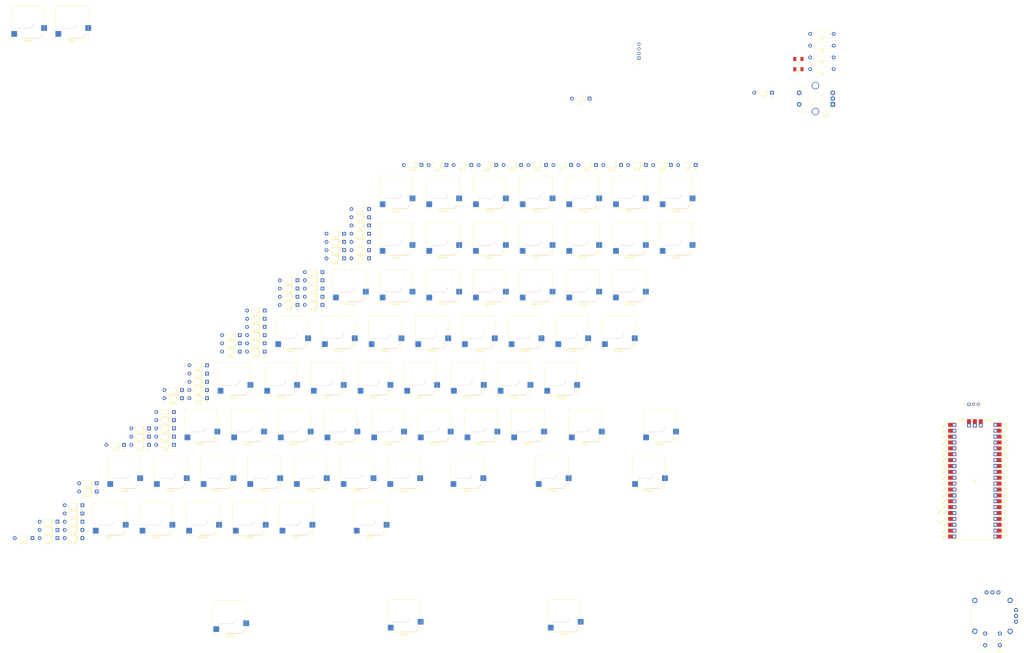
<source format=kicad_pcb>
(kicad_pcb (version 20211014) (generator pcbnew)
  (layers (0 "F.Cu" signal) (31 "B.Cu" signal) (34 "B.Paste" user) (35 "F.Paste" user) (36 "B.SilkS" user "B.Silkscreen") (37 "F.SilkS" user "F.Silkscreen") (38 "B.Mask" user) (39 "F.Mask" user) (44 "Edge.Cuts" user))
  (net 0 "")
  (net 1 "GPIO18")
  (net 2 "Net-(D1-Pad2)")
  (net 3 "GPIO17")
  (net 4 "Net-(D2-Pad2)")
  (net 5 "GPIO14")
  (net 6 "Net-(D3-Pad2)")
  (net 7 "GPIO15")
  (net 8 "Net-(D4-Pad2)")
  (net 9 "GPIO16")
  (net 10 "Net-(D5-Pad2)")
  (net 11 "Net-(D6-Pad2)")
  (net 12 "Net-(D7-Pad2)")
  (net 13 "Net-(D8-Pad2)")
  (net 14 "Net-(D9-Pad2)")
  (net 15 "Net-(D10-Pad2)")
  (net 16 "Net-(D11-Pad2)")
  (net 17 "Net-(D12-Pad2)")
  (net 18 "Net-(D13-Pad2)")
  (net 19 "Net-(D14-Pad2)")
  (net 20 "Net-(D15-Pad2)")
  (net 21 "Net-(D16-Pad2)")
  (net 22 "Net-(D17-Pad2)")
  (net 23 "Net-(D18-Pad2)")
  (net 24 "Net-(D19-Pad2)")
  (net 25 "Net-(D20-Pad2)")
  (net 26 "Net-(D21-Pad2)")
  (net 27 "Net-(D22-Pad2)")
  (net 28 "Net-(D23-Pad2)")
  (net 29 "Net-(D24-Pad2)")
  (net 30 "Net-(D25-Pad2)")
  (net 31 "Net-(D26-Pad2)")
  (net 32 "Net-(D27-Pad2)")
  (net 33 "Net-(D28-Pad2)")
  (net 34 "Net-(D29-Pad2)")
  (net 35 "Net-(D30-Pad2)")
  (net 36 "Net-(D31-Pad2)")
  (net 37 "Net-(D32-Pad2)")
  (net 38 "Net-(D33-Pad2)")
  (net 39 "Net-(D34-Pad2)")
  (net 40 "Net-(D35-Pad2)")
  (net 41 "Net-(D36-Pad2)")
  (net 42 "Net-(D37-Pad2)")
  (net 43 "Net-(D38-Pad2)")
  (net 44 "Net-(D39-Pad2)")
  (net 45 "Net-(D40-Pad2)")
  (net 46 "Net-(D41-Pad2)")
  (net 47 "Net-(D42-Pad2)")
  (net 48 "Net-(D43-Pad2)")
  (net 49 "Net-(D44-Pad2)")
  (net 50 "Net-(D45-Pad2)")
  (net 51 "Net-(D46-Pad2)")
  (net 52 "Net-(D47-Pad2)")
  (net 53 "Net-(D48-Pad2)")
  (net 54 "Net-(D49-Pad2)")
  (net 55 "Net-(D50-Pad2)")
  (net 56 "Net-(D51-Pad2)")
  (net 57 "Net-(D52-Pad2)")
  (net 58 "Net-(D53-Pad2)")
  (net 59 "Net-(D54-Pad2)")
  (net 60 "Net-(D55-Pad2)")
  (net 61 "Net-(D56-Pad2)")
  (net 62 "Net-(D57-Pad2)")
  (net 63 "Net-(D58-Pad2)")
  (net 64 "Net-(D59-Pad2)")
  (net 65 "Net-(D60-Pad2)")
  (net 66 "Net-(D61-Pad2)")
  (net 67 "Net-(D62-Pad2)")
  (net 68 "Net-(D63-Pad2)")
  (net 69 "Net-(D64-Pad2)")
  (net 70 "Net-(D65-Pad2)")
  (net 71 "Net-(D66-Pad2)")
  (net 72 "Net-(D67-Pad2)")
  (net 73 "Net-(D68-Pad2)")
  (net 74 "Net-(D69-Pad2)")
  (net 75 "Net-(D70-Pad2)")
  (net 76 "+5V")
  (net 77 "GND")
  (net 78 "GPIO21")
  (net 79 "GPIO20")
  (net 80 "Net-(J2-Pad1)")
  (net 81 "Net-(J2-Pad3)")
  (net 82 "GPIO19")
  (net 83 "+3V3")
  (net 84 "GPIO22")
  (net 85 "C13")
  (net 86 "C0")
  (net 87 "C1")
  (net 88 "C2")
  (net 89 "C3")
  (net 90 "C4")
  (net 91 "C5")
  (net 92 "C6")
  (net 93 "C7")
  (net 94 "C8")
  (net 95 "C9")
  (net 96 "C10")
  (net 97 "C11")
  (net 98 "C12")
  (net 99 "GPIO27")
  (net 100 "NC")
  (net 101 "GPIO28")
  (net 102 "GPIO26")
  (net 103 "Net-(SW1-PadA)")
  (net 104 "Net-(SW1-PadB)")
  (footprint "Switch_Keyboard_Hotswap_Kailh:SW_Hotswap_Kailh_MX_1.00u" (layer "F.Cu") (at 259.8 73.59 180)
    (fp_text reference "SW27")
    (fp_text value "SW_5")
  )
  (footprint "Switch_Keyboard_Hotswap_Kailh:SW_Hotswap_Kailh_MX_1.00u" (layer "F.Cu") (at 35.23 214.64 180)
    (fp_text reference "SW2")
    (fp_text value "SW_`")
  )
  (footprint "Switch_Keyboard_Hotswap_Kailh:SW_Hotswap_Kailh_MX_1.00u" (layer "F.Cu") (at 259.8 93.74 180)
    (fp_text reference "SW42")
    (fp_text value "SW_i")
  )
  (footprint "Switch_Keyboard_Hotswap_Kailh:SW_Hotswap_Kailh_MX_1.75u" (layer "F.Cu") (at 272.80625 174.34 180)
    (fp_text reference "SW59")
    (fp_text value "SW_r_shift")
  )
  (footprint "Switch_Keyboard_Hotswap_Kailh:SW_Hotswap_Kailh_MX_1.00u" (layer "F.Cu") (at 155.4 174.34 180)
    (fp_text reference "SW48")
    (fp_text value "SW_l")
  )
  (footprint "Diode_THT:D_DO-35_SOD27_P7.62mm_Horizontal" (layer "F.Cu") (at 102.34 138.79 180)
    (fp_text reference "D59")
    (fp_text value "D")
  )
  (footprint "Diode_THT:D_DO-35_SOD27_P7.62mm_Horizontal" (layer "F.Cu") (at 180.75 61.74 180)
    (fp_text reference "D11")
    (fp_text value "D")
  )
  (footprint "Diode_THT:D_DO-35_SOD27_P7.62mm_Horizontal" (layer "F.Cu") (at 136.63 102.04 180)
    (fp_text reference "D25")
    (fp_text value "D")
  )
  (footprint "Switch_Keyboard_Hotswap_Kailh:SW_Hotswap_Kailh_MX_1.00u" (layer "F.Cu") (at 214.74 134.04 180)
    (fp_text reference "SW26")
    (fp_text value "SW_m_middle")
  )
  (footprint "Switch_Keyboard_Hotswap_Kailh:SW_Hotswap_Kailh_MX_1.00u" (layer "F.Cu") (at 219.5 73.59 180)
    (fp_text reference "SW34")
    (fp_text value "SW_h")
  )
  (footprint "Diode_THT:D_DO-35_SOD27_P7.62mm_Horizontal" (layer "F.Cu") (at 266.91 61.74 180)
    (fp_text reference "D48")
    (fp_text value "D")
  )
  (footprint "Switch_Keyboard_Hotswap_Kailh:SW_Hotswap_Kailh_MX_1.25u" (layer "F.Cu") (at 19.05 0 180)
    (fp_text reference "SW11")
    (fp_text value "SW_super")
  )
  (footprint "Switch_Keyboard_Hotswap_Kailh:SW_Hotswap_Kailh_MX_1.00u" (layer "F.Cu") (at 174.44 134.04 180)
    (fp_text reference "SW67")
    (fp_text value "SW_\\")
  )
  (footprint "Switch_Keyboard_Hotswap_Kailh:SW_Hotswap_Kailh_MX_1.25u" (layer "F.Cu") (at 87.249 257.175 180)
    (fp_text reference "SW16")
    (fp_text value "SW_alt")
  )
  (footprint "Switch_Keyboard_Hotswap_Kailh:SW_Hotswap_Kailh_MX_1.00u" (layer "F.Cu") (at 239.65 73.59 180)
    (fp_text reference "SW18")
    (fp_text value "SW_e")
  )
  (footprint "Switch_Keyboard_Hotswap_Kailh:SW_Hotswap_Kailh_MX_1.00u" (layer "F.Cu") (at 149.53 154.19 180)
    (fp_text reference "SW57")
    (fp_text value "SW_[")
  )
  (footprint "Switch_Keyboard_Hotswap_Kailh:SW_Hotswap_Kailh_MX_1.00u" (layer "F.Cu") (at 134.14 134.04 180)
    (fp_text reference "SW14")
    (fp_text value "SW_s")
  )
  (footprint "Diode_THT:D_DO-35_SOD27_P7.62mm_Horizontal" (layer "F.Cu") (at 63.15 175.54 180)
    (fp_text reference "D60")
    (fp_text value "D")
  )
  (footprint "Diode_THT:D_DO-35_SOD27_P7.62mm_Horizontal" (layer "F.Cu") (at 256.14 61.74 180)
    (fp_text reference "D53")
    (fp_text value "D")
  )
  (footprint "Switch_Keyboard_Hotswap_Kailh:SW_Hotswap_Kailh_MX_1.00u" (layer "F.Cu") (at 142.21 194.49 180)
    (fp_text reference "SW33")
    (fp_text value "SW_y")
  )
  (footprint "Switch_Keyboard_Hotswap_Kailh:SW_Hotswap_Kailh_MX_1.00u" (layer "F.Cu") (at 41.46 194.49 180)
    (fp_text reference "SW38")
    (fp_text value "SW_u")
  )
  (footprint "Switch_Keyboard_Hotswap_Kailh:SW_Hotswap_Kailh_MX_1.00u" (layer "F.Cu") (at 61.61 194.49 180)
    (fp_text reference "SW61")
    (fp_text value "SW_+")
  )
  (footprint "Diode_THT:D_DO-35_SOD27_P7.62mm_Horizontal" (layer "F.Cu") (at 191.52 61.74 180)
    (fp_text reference "D13")
    (fp_text value "D")
  )
  (footprint "Switch_Keyboard_Hotswap_Kailh:SW_Hotswap_Kailh_MX_1.25u" (layer "F.Cu") (at 0 0 180)
    (fp_text reference "SW6")
    (fp_text value "SW_ctrl")
  )
  (footprint "Diode_THT:D_DO-35_SOD27_P7.62mm_Horizontal" (layer "F.Cu") (at 234.6 61.74 180)
    (fp_text reference "D17")
    (fp_text value "D")
  )
  (footprint "Diode_THT:D_DO-35_SOD27_P7.62mm_Horizontal" (layer "F.Cu") (at 136.63 94.94 180)
    (fp_text reference "D26")
    (fp_text value "D")
  )
  (footprint "Diode_THT:D_DO-35_SOD27_P7.62mm_Horizontal" (layer "F.Cu") (at 29.81 199.24 180)
    (fp_text reference "D16")
    (fp_text value "D")
  )
  (footprint "Diode_THT:D_DO-35_SOD27_P7.62mm_Horizontal" (layer "F.Cu") (at 147.4 102.04 180)
    (fp_text reference "D4")
    (fp_text value "D")
  )
  (footprint "Diode_THT:D_DO-35_SOD27_P7.62mm_Horizontal" (layer "F.Cu") (at 147.4 98.49 180)
    (fp_text reference "D67")
    (fp_text value "D")
  )
  (footprint "MCU_RaspberryPi_and_Boards:RPi_Pico_SMD_TH" (layer "F.Cu") (at 408.94 198.12 180)
    (fp_text reference "U2")
    (fp_text value "Pico")
  )
  (footprint "Diode_THT:D_DO-35_SOD27_P7.62mm_Horizontal" (layer "F.Cu") (at 242.57 33.02 180)
    (fp_text reference "D1")
    (fp_text value "D")
  )
  (footprint "Diode_THT:D_DO-35_SOD27_P7.62mm_Horizontal" (layer "F.Cu") (at 66.66 162.49 180)
    (fp_text reference "D62")
    (fp_text value "D")
  )
  (footprint "Diode_THT:D_DO-35_SOD27_P7.62mm_Horizontal" (layer "F.Cu") (at 52.38 179.09 180)
    (fp_text reference "D47")
    (fp_text value "D")
  )
  (footprint "Diode_THT:D_DO-35_SOD27_P7.62mm_Horizontal" (layer "F.Cu") (at 41.61 182.64 180)
    (fp_text reference "D33")
    (fp_text value "D")
  )
  (footprint "Switch_Keyboard_Hotswap_Kailh:SW_Hotswap_Kailh_MX_1.00u" (layer "F.Cu") (at 129.38 154.19 180)
    (fp_text reference "SW7")
    (fp_text value "SW_1")
  )
  (footprint "Diode_THT:D_DO-35_SOD27_P7.62mm_Horizontal" (layer "F.Cu") (at 102.34 135.24 180)
    (fp_text reference "D37")
    (fp_text value "D")
  )
  (footprint "Diode_THT:D_DO-35_SOD27_P7.62mm_Horizontal" (layer "F.Cu") (at 29.81 202.79 180)
    (fp_text reference "D63")
    (fp_text value "D")
  )
  (footprint "Switch_Keyboard_Hotswap_Kailh:SW_Hotswap_Kailh_MX_2.25u" (layer "F.Cu") (at 147.88375 214.64 180)
    (fp_text reference "SW5")
    (fp_text value "SW_shift")
  )
  (footprint "Switch_Keyboard_Hotswap_Kailh:SW_Hotswap_Kailh_MX_1.00u" (layer "F.Cu") (at 122.06 194.49 180)
    (fp_text reference "SW40")
    (fp_text value "SW_m")
  )
  (footprint "Switch_Keyboard_Hotswap_Kailh:SW_Hotswap_Kailh_MX_1.00u" (layer "F.Cu") (at 75.53 214.64 180)
    (fp_text reference "SW53")
    (fp_text value "SW_;")
  )
  (footprint "Diode_THT:D_DO-35_SOD27_P7.62mm_Horizontal" (layer "F.Cu") (at 12.81 219.39 180)
    (fp_text reference "D41")
    (fp_text value "D")
  )
  (footprint "Connector_PinHeader_2.00mm:PinHeader_1x03_P2.00mm_Vertical" (layer "F.Cu") (at 406.4 165.1 90)
    (fp_text reference "J2")
    (fp_text value "Conn_01x03_Female")
  )
  (footprint "Switch_Keyboard_Hotswap_Kailh:SW_Hotswap_Kailh_MX_1.00u" (layer "F.Cu") (at 219.5 93.74 180)
    (fp_text reference "SW54")
    (fp_text value "SW_/")
  )
  (footprint "Diode_THT:D_DO-35_SOD27_P7.62mm_Horizontal" (layer "F.Cu") (at 23.58 222.94 180)
    (fp_text reference "D40")
    (fp_text value "D")
  )
  (footprint "Switch_Keyboard_Hotswap_Kailh:SW_Hotswap_Kailh_MX_1.00u" (layer "F.Cu") (at 89.08 154.19 180)
    (fp_text reference "SW24")
    (fp_text value "SW_f")
  )
  (footprint "Diode_THT:D_DO-35_SOD27_P7.62mm_Horizontal" (layer "F.Cu") (at 147.4 84.29 180)
    (fp_text reference "D3")
    (fp_text value "D")
  )
  (footprint "Switch_Keyboard_Hotswap_Kailh:SW_Hotswap_Kailh_MX_1.00u" (layer "F.Cu") (at 154.29 134.04 180)
    (fp_text reference "SW23")
    (fp_text value "SW_r")
  )
  (footprint "Diode_THT:D_DO-35_SOD27_P7.62mm_Horizontal" (layer "F.Cu") (at 245.37 61.74 180)
    (fp_text reference "D55")
    (fp_text value "D")
  )
  (footprint "Switch_Keyboard_Hotswap_Kailh:SW_Hotswap_Kailh_MX_2.25u" (layer "F.Cu") (at 268.04375 194.49 180)
    (fp_text reference "SW63")
    (fp_text value "SW_enter")
  )
  (footprint "Switch_Keyboard_Hotswap_Kailh:SW_Hotswap_Kailh_MX_1.00u" (layer "F.Cu") (at 159.05 73.59 180)
    (fp_text reference "SW62")
    (fp_text value "SW_]")
  )
  (footprint "Switch_Keyboard_Hotswap_Kailh:SW_Hotswap_Kailh_MX_1.00u" (layer "F.Cu") (at 179.2 93.74 180)
    (fp_text reference "SW60")
    (fp_text value "SW_left")
  )
  (footprint "Diode_THT:D_DO-35_SOD27_P7.62mm_Horizontal" (layer "F.Cu") (at 116.48 115.09 180)
    (fp_text reference "D28")
    (fp_text value "D")
  )
  (footprint "Diode_THT:D_DO-35_SOD27_P7.62mm_Horizontal" (layer "F.Cu") (at 63.15 182.64 180)
    (fp_text reference "D39")
    (fp_text value "D")
  )
  (footprint "Diode_THT:D_DO-35_SOD27_P7.62mm_Horizontal" (layer "F.Cu") (at 127.25 107.99 180)
    (fp_text reference "D9")
    (fp_text value "D")
  )
  (footprint "Diode_THT:D_DO-35_SOD27_P7.62mm_Horizontal" (layer "F.Cu") (at 116.48 118.64 180)
    (fp_text reference "D31")
    (fp_text value "D")
  )
  (footprint "Diode_THT:D_DO-35_SOD27_P7.62mm_Horizontal" (layer "F.Cu") (at 23.58 215.84 180)
    (fp_text reference "D35")
    (fp_text value "D")
  )
  (footprint "Diode_THT:D_DO-35_SOD27_P7.62mm_Horizontal" (layer "F.Cu") (at 136.63 98.49 180)
    (fp_text reference "D29")
    (fp_text value "D")
  )
  (footprint "Diode_THT:D_DO-35_SOD27_P7.62mm_Horizontal" (layer "F.Cu") (at 116.48 122.19 180)
    (fp_text reference "D18")
    (fp_text value "D")
  )
  (footprint "Switch_Keyboard_Hotswap_Kailh:SW_Hotswap_Kailh_MX_1.00u" (layer "F.Cu") (at 55.38 214.64 180)
    (fp_text reference "SW65")
    (fp_text value "SW_down")
  )
  (footprint "Switch_Keyboard_Hotswap_Kailh:SW_Hotswap_Kailh_MX_1.00u" (layer "F.Cu") (at 279.95 93.74 180)
    (fp_text reference "SW52")
    (fp_text value "SW_p")
  )
  (footprint "Switch_Keyboard_Hotswap_Kailh:SW_Hotswap_Kailh_MX_1.00u" (layer "F.Cu") (at 74.8 174.34 180)
    (fp_text reference "SW47")
    (fp_text value "SW_o")
  )
  (footprint "Diode_THT:D_DO-35_SOD27_P7.62mm_Horizontal" (layer "F.Cu") (at 23.58 208.74 180)
    (fp_text reference "D12")
    (fp_text value "D")
  )
  (footprint "Diode_THT:D_DO-35_SOD27_P7.62mm_Horizontal" (layer "F.Cu") (at 116.48 111.54 180)
    (fp_text reference "D66")
    (fp_text value "D")
  )
  (footprint "Diode_THT:D_DO-35_SOD27_P7.62mm_Horizontal" (layer "F.Cu") (at 102.34 131.69 180)
    (fp_text reference "D68")
    (fp_text value "D")
  )
  (footprint "Diode_THT:D_DO-35_SOD27_P7.62mm_Horizontal" (layer "F.Cu") (at 127.25 122.19 180)
    (fp_text reference "D38")
    (fp_text value "D")
  )
  (footprint "Switch_Keyboard_Hotswap_Kailh:SW_Hotswap_Kailh_MX_1.00u" (layer "F.Cu") (at 179.2 73.59 180)
    (fp_text reference "SW46")
    (fp_text value "SW_9")
  )
  (footprint "Diode_THT:D_DO-35_SOD27_P7.62mm_Horizontal" (layer "F.Cu") (at 63.15 179.09 180)
    (fp_text reference "D20")
    (fp_text value "D")
  )
  (footprint "Diode_THT:D_DO-35_SOD27_P7.62mm_Horizontal" (layer "F.Cu") (at 127.25 118.64 180)
    (fp_text reference "D69")
    (fp_text value "D")
  )
  (footprint "Switch_Keyboard_Hotswap_Kailh:SW_Hotswap_Kailh_MX_1.00u" (layer "F.Cu") (at 113.99 134.04 180)
    (fp_text reference "SW22")
    (fp_text value "SW_4")
  )
  (footprint "Switch_Keyboard_Hotswap_Kailh:SW_Hotswap_Kailh_MX_1.00u" (layer "F.Cu") (at 179.2 113.89 180)
    (fp_text reference "SW41")
    (fp_text value "SW_8")
  )
  (footprint "Switch_Keyboard_Hotswap_Kailh:SW_Hotswap_Kailh_MX_1.00u" (layer "F.Cu") (at 199.35 93.74 180)
    (fp_text reference "SW51")
    (fp_text value "SW_0")
  )
  (footprint "Diode_THT:D_DO-35_SOD27_P7.62mm_Horizontal" (layer "F.Cu") (at 288.45 61.74 180)
    (fp_text reference "D7")
    (fp_text value "D")
  )
  (footprint "Resistor_THT:R_Axial_DIN0207_L6.3mm_D2.5mm_P10.16mm_Horizontal" (layer "F.Cu") (at 347.98 20.32 180)
    (fp_text reference "R4")
    (fp_text value "10k")
  )
  (footprint "Capacitor_SMD:C_1206_3216Metric_Pad1.33x1.80mm_HandSolder" (layer "F.Cu") (at 332.74 15.9 180)
    (fp_text reference "C2")
    (fp_text value "0.01 μF")
  )
  (footprint "Switch_Keyboard_Hotswap_Kailh:SW_Hotswap_Kailh_MX_1.00u" (layer "F.Cu") (at 189.83 154.19 180)
    (fp_text reference "SW50")
    (fp_text value "SW_fn1")
  )
  (footprint "Switch_Keyboard_Hotswap_Kailh:SW_Hotswap_Kailh_MX_1.00u" (layer "F.Cu") (at 169.68 154.19 180)
    (fp_text reference "SW37")
    (fp_text value "SW_7")
  )
  (footprint "Diode_THT:D_DO-35_SOD27_P7.62mm_Horizontal" (layer "F.Cu") (at 91.57 142.34 180)
    (fp_text reference "D54")
    (fp_text value "D")
  )
  (footprint "Switch_Keyboard_Hotswap_Kailh:SW_Hotswap_Kailh_MX_1.00u" (layer "F.Cu") (at 162.36 194.49 180)
    (fp_text reference "SW49")
    (fp_text value "SW_.")
  )
  (footprint "Diode_THT:D_DO-35_SOD27_P7.62mm_Horizontal" (layer "F.Cu") (at 321.31 30.48 180)
    (fp_text reference "D2")
    (fp_text value "D")
  )
  (footprint "Switch_Keyboard_Hotswap_Kailh:SW_Hotswap_Kailh_MX_1.00u" (layer "F.Cu") (at 234.89 134.04 180)
    (fp_text reference "SW28")
    (fp_text value "SW_t")
  )
  (footprint "Connector_PinHeader_2.00mm:PinHeader_1x04_P2.00mm_Vertical" (layer "F.Cu") (at 263.92 15.55 180)
    (fp_text reference "J1")
    (fp_text value "Conn_01x04_12864")
  )
  (footprint "Diode_THT:D_DO-35_SOD27_P7.62mm_Horizontal" (layer "F.Cu") (at 77.43 155.39 180)
    (fp_text reference "D15")
    (fp_text value "D")
  )
  (footprint "Switch_Keyboard_Hotswap_Kailh:SW_Hotswap_Kailh_MX_1.50u" (layer "F.Cu") (at 240.7575 174.34 180)
    (fp_text reference "SW3")
    (fp_text value "SW_tab")
  )
  (footprint "Diode_THT:D_DO-35_SOD27_P7.62mm_Horizontal" (layer "F.Cu") (at 66.66 158.94 180)
    (fp_text reference "D10")
    (fp_text value "D")
  )
  (footprint "COM-09032:XDCR_COM-09032" (layer "F.Cu") (at 416.56 256.54 180)
    (fp_text reference "U1")
    (fp_text value "COM-09032")
  )
  (footprint "Diode_THT:D_DO-35_SOD27_P7.62mm_Horizontal" (layer "F.Cu") (at 213.06 61.74 180)
    (fp_text reference "D58")
    (fp_text value "D")
  )
  (footprint "Diode_THT:D_DO-35_SOD27_P7.62mm_Horizontal" (layer "F.Cu") (at 52.38 175.54 180)
    (fp_text reference "D30")
    (fp_text value "D")
  )
  (footprint "Diode_THT:D_DO-35_SOD27_P7.62mm_Horizontal" (layer "F.Cu") (at 77.43 158.94 180)
    (fp_text reference "D64")
    (fp_text value "D")
  )
  (footprint "Switch_Keyboard_Hotswap_Kailh:SW_Hotswap_Kailh_MX_2.00u" (layer "F.Cu") (at 226.465 194.49 180)
    (fp_text reference "SW66")
    (fp_text value "SW_back")
  )
  (footprint "Switch_Keyboard_Hotswap_Kailh:SW_Hotswap_Kailh_MX_6.25u" (layer "F.Cu") (at 162.56 256.54 180)
    (fp_text reference "SW31")
    (fp_text value "SW_space")
  )
  (footprint "Switch_Keyboard_Hotswap_Kailh:SW_Hotswap_Kailh_MX_1.00u" (layer "F.Cu") (at 219.5 113.89 180)
    (fp_text reference "SW29")
    (fp_text value "SW_g")
  )
  (footprint "Diode_THT:D_DO-35_SOD27_P7.62mm_Horizontal" (layer "F.Cu") (at 63.15 171.99 180)
    (fp_text reference "D70")
    (fp_text value "D")
  )
  (footprint "Switch_Keyboard_Hotswap_Kailh:SW_Hotswap_Kailh_MX_1.00u" (layer "F.Cu") (at 95.68 214.64 180)
    (fp_text reference "SW20")
    (fp_text value "SW_c")
  )
  (footprint "Diode_THT:D_DO-35_SOD27_P7.62mm_Horizontal" (layer "F.Cu") (at 77.43 151.84 180)
    (fp_text reference "D50")
    (fp_text value "D")
  )
  (footprint "Diode_THT:D_DO-35_SOD27_P7.62mm_Horizontal" (layer "F.Cu") (at 2.04 222.94 180)
    (fp_text reference "D14")
    (fp_text value "D")
  )
  (footprint "Switch_Keyboard_Hotswap_Kailh:SW_Hotswap_Kailh_MX_1.00u" (layer "F.Cu") (at 215.85 174.34 180)
    (fp_text reference "SW17")
    (fp_text value "SW_3")
  )
  (footprint "Switch_Keyboard_Hotswap_Kailh:SW_Hotswap_Kailh_MX_1.00u" (layer "F.Cu") (at 81.76 194.49 180)
    (fp_text reference "SW21")
    (fp_text value "SW_m_left")
  )
  (footprint "Switch_Keyboard_Hotswap_Kailh:SW_Hotswap_Kailh_MX_1.00u" (layer "F.Cu") (at 239.65 93.74 180)
    (fp_text reference "SW30")
    (fp_text value "SW_b")
  )
  (footprint "Switch_Keyboard_Hotswap_Kailh:SW_Hotswap_Kailh_MX_1.00u" (layer "F.Cu") (at 138.9 113.89 180)
    (fp_text reference "SW15")
    (fp_text value "SW_x")
  )
  (footprint "Diode_THT:D_DO-35_SOD27_P7.62mm_Horizontal" (layer "F.Cu") (at 77.43 162.49 180)
    (fp_text reference "D45")
    (fp_text value "D")
  )
  (footprint "Switch_Keyboard_Hotswap_Kailh:SW_Hotswap_Kailh_MX_1.00u" (layer "F.Cu") (at 115.83 214.64 180)
    (fp_text reference "SW64")
    (fp_text value "SW_up")
  )
  (footprint "Switch_Keyboard_Hotswap_Kailh:SW_Hotswap_Kailh_MX_1.00u" (layer "F.Cu") (at 135.25 174.34 180)
    (fp_text reference "SW9")
    (fp_text value "SW_a")
  )
  (footprint "Switch_Keyboard_Hotswap_Kailh:SW_Hotswap_Kailh_MX_1.00u" (layer "F.Cu") (at 239.65 113.89 180)
    (fp_text reference "SW25")
    (fp_text value "SW_v")
  )
  (footprint "Diode_THT:D_DO-35_SOD27_P7.62mm_Horizontal" (layer "F.Cu") (at 91.57 138.79 180)
    (fp_text reference "D57")
    (fp_text value "D")
  )
  (footprint "Switch_Keyboard_Hotswap_Kailh:SW_Hotswap_Kailh_MX_1.00u" (layer "F.Cu") (at 94.95 174.34 180)
    (fp_text reference "SW36")
    (fp_text value "SW_m_right")
  )
  (footprint "Diode_THT:D_DO-35_SOD27_P7.62mm_Horizontal" (layer "F.Cu") (at 102.34 142.34 180)
    (fp_text reference "D19")
    (fp_text value "D")
  )
  (footprint "Diode_THT:D_DO-35_SOD27_P7.62mm_Horizontal" (layer "F.Cu") (at 23.58 212.29 180)
    (fp_text reference "D27")
    (fp_text value "D")
  )
  (footprint "Switch_Keyboard_Hotswap_Kailh:SW_Hotswap_Kailh_MX_1.00u" (layer "F.Cu") (at 194.59 134.04 180)
    (fp_text reference "SW56")
    (fp_text value "SW_-")
  )
  (footprint "Diode_THT:D_DO-35_SOD27_P7.62mm_Horizontal" (layer "F.Cu") (at 147.4 87.84 180)
    (fp_text reference "D8")
    (fp_text value "D")
  )
  (footprint "Switch_Keyboard_Hotswap_Kailh:SW_Hotswap_Kailh_MX_1.00u" (layer "F.Cu") (at 199.35 113.89 180)
    (fp_text reference "SW39")
    (fp_text value "SW_j")
  )
  (footprint "Resistor_THT:R_Axial_DIN0207_L6.3mm_D2.5mm_P10.16mm_Horizontal" (layer "F.Cu") (at 347.98 5.08 180)
    (fp_text reference "R1")
    (fp_text value "10k")
  )
  (footprint "Switch_Keyboard_Hotswap_Kailh:SW_Hotswap_Kailh_MX_1.00u" (layer "F.Cu") (at 199.35 73.59 180)
    (fp_text reference "SW32")
    (fp_text value "SW_6")
  )
  (footprint "Switch_Keyboard_Hotswap_Kailh:SW_Hotswap_Kailh_MX_1.00u" (layer "F.Cu") (at 255.04 134.04 180)
    (fp_text reference "SW68")
    (fp_text value "SW_esc")
  )
  (footprint "Diode_THT:D_DO-35_SOD27_P7.62mm_Horizontal" (layer "F.Cu") (at 147.4 91.39 180)
    (fp_text reference "D49")
    (fp_text value "D")
  )
  (footprint "Diode_THT:D_DO-35_SOD27_P7.62mm_Horizontal" (layer "F.Cu") (at 136.63 91.39 180)
    (fp_text reference "D52")
    (fp_text value "D")
  )
  (footprint "Diode_THT:D_DO-35_SOD27_P7.62mm_Horizontal" (layer "F.Cu") (at 63.15 168.44 180)
    (fp_text reference "D44")
    (fp_text value "D")
  )
  (footprint "Switch_Keyboard_Hotswap_Kailh:SW_Hotswap_Kailh_MX_1.00u" (layer "F.Cu") (at 209.98 154.19 180)
    (fp_text reference "SW8")
    (fp_text value "SW_q")
  )
  (footprint "Diode_THT:D_DO-35_SOD27_P7.62mm_Horizontal" (layer "F.Cu") (at 12.81 215.84 180)
    (fp_text reference "D46")
    (fp_text value "D")
  )
  (footprint "Diode_THT:D_DO-35_SOD27_P7.62mm_Horizontal" (layer "F.Cu") (at 169.98 61.74 180)
    (fp_text reference "D56")
    (fp_text value "D")
  )
  (footprint "Diode_THT:D_DO-35_SOD27_P7.62mm_Horizontal" (layer "F.Cu") (at 147.4 94.94 180)
    (fp_text reference "D6")
    (fp_text value "D")
  )
  (footprint "Switch_Keyboard_Hotswap_Kailh:SW_Hotswap_Kailh_MX_1.00u" (layer "F.Cu") (at 175.55 174.34 180)
    (fp_text reference "SW10")
    (fp_text value "SW_z")
  )
  (footprint "Switch_Keyboard_Hotswap_Kailh:SW_Hotswap_Kailh_MX_1.00u" (layer "F.Cu") (at 109.23 154.19 180)
    (fp_text reference "SW13")
    (fp_text value "SW_w")
  )
  (footprint "Diode_THT:D_DO-35_SOD27_P7.62mm_Horizontal" (layer "F.Cu") (at 277.68 61.74 180)
    (fp_text reference "D22")
    (fp_text value "D")
  )
  (footprint "Switch_Keyboard_Hotswap_Kailh:SW_Hotswap_Kailh_MX_1.00u" (layer "F.Cu") (at 259.8 113.89 180)
    (fp_text reference "SW35")
    (fp_text value "SW_n")
  )
  (footprint "Switch_Keyboard_Hotswap_Kailh:SW_Hotswap_Kailh_MX_1.00u" (layer "F.Cu") (at 230.13 154.19 180)
    (fp_text reference "SW58")
    (fp_text value "SW_'")
  )
  (footprint "Diode_THT:D_DO-35_SOD27_P7.62mm_Horizontal" (layer "F.Cu") (at 102.34 128.14 180)
    (fp_text reference "D23")
    (fp_text value "D")
  )
  (footprint "Diode_THT:D_DO-35_SOD27_P7.62mm_Horizontal" (layer "F.Cu") (at 127.25 115.09 180)
    (fp_text reference "D43")
    (fp_text value "D")
  )
  (footprint "Diode_THT:D_DO-35_SOD27_P7.62mm_Horizontal" (layer "F.Cu") (at 91.57 135.24 180)
    (fp_text reference "D21")
    (fp_text value "D")
  )
  (footprint "Switch_Keyboard_Hotswap_Kailh:SW_Hotswap_Kailh_MX_1.00u" (layer "F.Cu") (at 101.91 194.49 180)
    (fp_text reference "SW19")
    (fp_text value "SW_d")
  )
  (footprint "Diode_THT:D_DO-35_SOD27_P7.62mm_Horizontal" (layer "F.Cu") (at 52.38 182.64 180)
    (fp_text reference "D42")
    (fp_text value "D")
  )
  (footprint "Switch_Keyboard_Hotswap_Kailh:SW_Hotswap_Kailh_MX_1.00u" (layer "F.Cu") (at 195.7 174.34 180)
    (fp_text reference "SW43")
    (fp_text value "SW_k")
  )
  (footprint "Diode_THT:D_DO-35_SOD27_P7.62mm_Horizontal" (layer "F.Cu") (at 223.83 61.74 180)
    (fp_text reference "D34")
    (fp_text value "D")
  )
  (footprint "Switch_Keyboard_Hotswap_Kailh:SW_Hotswap_Kailh_MX_1.00u" (layer "F.Cu") (at 159.05 93.74 180)
    (fp_text reference "SW12")
    (fp_text value "SW_2")
  )
  (footprint "Diode_THT:D_DO-35_SOD27_P7.62mm_Horizontal" (layer "F.Cu") (at 102.34 124.59 180)
    (fp_text reference "D32")
    (fp_text value "D")
  )
  (footprint "Diode_THT:D_DO-35_SOD27_P7.62mm_Horizontal" (layer "F.Cu") (at 77.43 148.29 180)
    (fp_text reference "D5")
    (fp_text value "D")
  )
  (footprint "Switch_Keyboard_Hotswap_Kailh:SW_Hotswap_Kailh_MX_1.75u" (layer "F.Cu") (at 189.64625 194.49 180)
    (fp_text reference "SW4")
    (fp_text value "SW_caps")
  )
  (footprint "Capacitor_SMD:C_1206_3216Metric_Pad1.33x1.80mm_HandSolder" (layer "F.Cu") (at 332.74 20.32 180)
    (fp_text reference "C1")
    (fp_text value "0.01 μF")
  )
  (footprint "Switch_Keyboard_Hotswap_Kailh:SW_Hotswap_Kailh_MX_1.00u" (layer "F.Cu") (at 159.05 113.89 180)
    (fp_text reference "SW44")
    (fp_text value "SW_,")
  )
  (footprint "Diode_THT:D_DO-35_SOD27_P7.62mm_Horizontal" (layer "F.Cu") (at 23.58 219.39 180)
    (fp_text reference "D36")
    (fp_text value "D")
  )
  (footprint "RotaryEncoder:RotaryEncoder_Alps_EC11E-Switch_Vertical_H20mm_CircularMountingHoles" (layer "F.Cu") (at 347.61 35.52 180)
    (fp_text reference "SW1")
    (fp_text value "RotaryEncoder_Switch")
  )
  (footprint "Resistor_THT:R_Axial_DIN0207_L6.3mm_D2.5mm_P10.16mm_Horizontal" (layer "F.Cu") (at 347.98 15.24 180)
    (fp_text reference "R3")
    (fp_text value "10k")
  )
  (footprint "Diode_THT:D_DO-35_SOD27_P7.62mm_Horizontal" (layer "F.Cu") (at 202.29 61.74 180)
    (fp_text reference "D65")
    (fp_text value "D")
  )
  (footprint "Diode_THT:D_DO-35_SOD27_P7.62mm_Horizontal" (layer "F.Cu") (at 127.25 111.54 180)
    (fp_text reference "D24")
    (fp_text value "D")
  )
  (footprint "Diode_THT:D_DO-35_SOD27_P7.62mm_Horizontal" (layer "F.Cu") (at 147.4 80.74 180)
    (fp_text reference "D61")
    (fp_text value "D")
  )
  (footprint "Diode_THT:D_DO-35_SOD27_P7.62mm_Horizontal" (layer "F.Cu") (at 12.81 222.94 180)
    (fp_text reference "D51")
    (fp_text value "D")
  )
  (footprint "Resistor_THT:R_Axial_DIN0207_L6.3mm_D2.5mm_P10.16mm_Horizontal" (layer "F.Cu") (at 347.98 10.16 180)
    (fp_text reference "R2")
    (fp_text value "10k")
  )
  (footprint "Switch_Keyboard_Hotswap_Kailh:SW_Hotswap_Kailh_MX_1.00u" (layer "F.Cu") (at 231.648 256.54 180)
    (fp_text reference "SW45")
    (fp_text value "SW_r_ctrl")
  )
  (footprint "Switch_Keyboard_Hotswap_Kailh:SW_Hotswap_Kailh_MX_1.00u" (layer "F.Cu") (at 279.95 73.59 180)
    (fp_text reference "SW69")
    (fp_text value "SW_right")
  )
  (footprint "Switch_Keyboard_Hotswap_Kailh:SW_Hotswap_Kailh_MX_1.00u" (layer "F.Cu") (at 115.1 174.34 180)
    (fp_text reference "SW55")
    (fp_text value "SW_fn2")
  )
)
</source>
